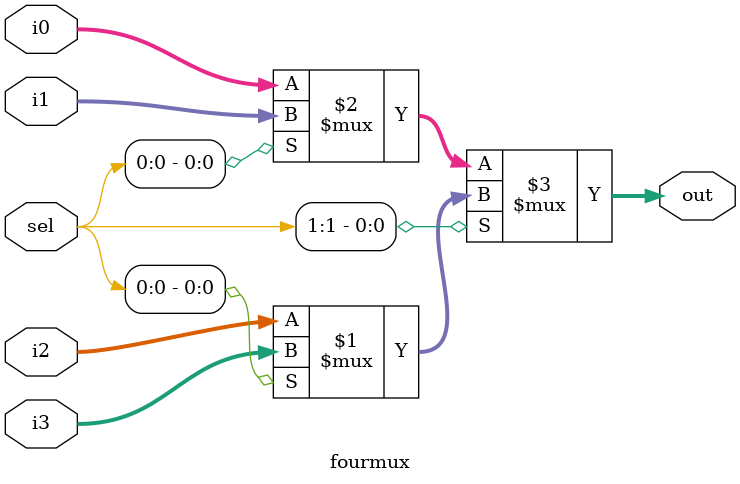
<source format=v>
/*******************************************************************
*
* Module: fourmux.v
* Project: Pipelined RISC-V Processor
* Author: Omar Miniesy - Ziad Miniesy
* Description: Four input multiplexer.
*
**********************************************************************/

`timescale 1ns / 1ps

module fourmux # (parameter  N= 32)(
input [N-1:0] i0,
input [N-1:0] i1,
input [N-1:0] i2,
input [N-1:0] i3,
input [1:0] sel,
output [N-1:0] out
);
    
    assign out = sel[1] ? (sel[0] ? i3:i2) : (sel[0] ? i1:i0);
    
endmodule

</source>
